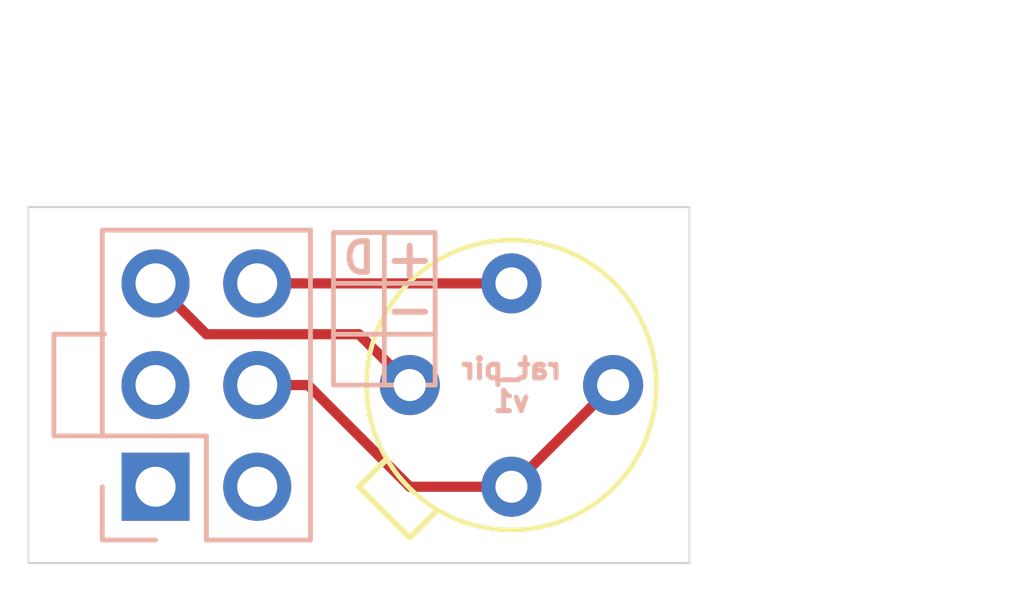
<source format=kicad_pcb>
(kicad_pcb (version 20171130) (host pcbnew 5.1.9+dfsg1-1)

  (general
    (thickness 1.6)
    (drawings 21)
    (tracks 8)
    (zones 0)
    (modules 2)
    (nets 4)
  )

  (page A4)
  (layers
    (0 F.Cu signal)
    (31 B.Cu signal)
    (32 B.Adhes user)
    (33 F.Adhes user)
    (34 B.Paste user)
    (35 F.Paste user)
    (36 B.SilkS user)
    (37 F.SilkS user)
    (38 B.Mask user)
    (39 F.Mask user)
    (40 Dwgs.User user)
    (41 Cmts.User user)
    (42 Eco1.User user)
    (43 Eco2.User user)
    (44 Edge.Cuts user)
    (45 Margin user)
    (46 B.CrtYd user)
    (47 F.CrtYd user)
    (48 B.Fab user)
    (49 F.Fab user)
  )

  (setup
    (last_trace_width 0.254)
    (user_trace_width 0.254)
    (user_trace_width 0.508)
    (user_trace_width 0.762)
    (trace_clearance 0.2)
    (zone_clearance 0.508)
    (zone_45_only no)
    (trace_min 0.2)
    (via_size 0.8)
    (via_drill 0.4)
    (via_min_size 0.4)
    (via_min_drill 0.3)
    (uvia_size 0.3)
    (uvia_drill 0.1)
    (uvias_allowed no)
    (uvia_min_size 0.2)
    (uvia_min_drill 0.1)
    (edge_width 0.05)
    (segment_width 0.2)
    (pcb_text_width 0.3)
    (pcb_text_size 1.5 1.5)
    (mod_edge_width 0.12)
    (mod_text_size 1 1)
    (mod_text_width 0.15)
    (pad_size 1.524 1.524)
    (pad_drill 0.762)
    (pad_to_mask_clearance 0)
    (aux_axis_origin 0 0)
    (visible_elements FFFFFF7F)
    (pcbplotparams
      (layerselection 0x010fc_ffffffff)
      (usegerberextensions false)
      (usegerberattributes true)
      (usegerberadvancedattributes true)
      (creategerberjobfile true)
      (excludeedgelayer true)
      (linewidth 0.150000)
      (plotframeref false)
      (viasonmask false)
      (mode 1)
      (useauxorigin false)
      (hpglpennumber 1)
      (hpglpenspeed 20)
      (hpglpendiameter 15.000000)
      (psnegative false)
      (psa4output false)
      (plotreference true)
      (plotvalue true)
      (plotinvisibletext false)
      (padsonsilk false)
      (subtractmaskfromsilk false)
      (outputformat 1)
      (mirror false)
      (drillshape 1)
      (scaleselection 1)
      (outputdirectory ""))
  )

  (net 0 "")
  (net 1 "Net-(J1-Pad6)")
  (net 2 "Net-(J1-Pad5)")
  (net 3 "Net-(J1-Pad4)")

  (net_class Default "This is the default net class."
    (clearance 0.2)
    (trace_width 0.25)
    (via_dia 0.8)
    (via_drill 0.4)
    (uvia_dia 0.3)
    (uvia_drill 0.1)
    (add_net "Net-(J1-Pad4)")
    (add_net "Net-(J1-Pad5)")
    (add_net "Net-(J1-Pad6)")
  )

  (module ratstuff:BL412 (layer F.Cu) (tedit 6098DFD7) (tstamp 60960F4C)
    (at 129.54 81.28 180)
    (path /6095E8F9)
    (fp_text reference U1 (at 0 -4.545) (layer F.SilkS) hide
      (effects (font (size 1 1) (thickness 0.15)))
    )
    (fp_text value PIR (at 0 4.545) (layer F.Fab)
      (effects (font (size 1 1) (thickness 0.15)))
    )
    (fp_circle (center 0 0) (end 0 3.5) (layer F.Fab) (width 0.1))
    (fp_circle (center 0 0) (end 0 3.62) (layer F.SilkS) (width 0.12))
    (fp_circle (center 0 0) (end 0 3.87) (layer F.CrtYd) (width 0.05))
    (fp_line (start 1.905 -3.175) (end 2.54 -3.81) (layer F.SilkS) (width 0.15))
    (fp_line (start 2.54 -3.81) (end 3.81 -2.54) (layer F.SilkS) (width 0.15))
    (fp_line (start 3.81 -2.54) (end 3.175 -1.905) (layer F.SilkS) (width 0.15))
    (pad 4 thru_hole oval (at 2.54 0 180) (size 1.5 1.5) (drill 0.8) (layers *.Cu *.Mask)
      (net 2 "Net-(J1-Pad5)"))
    (pad 3 thru_hole oval (at 0 2.54 180) (size 1.5 1.5) (drill 0.8) (layers *.Cu *.Mask)
      (net 1 "Net-(J1-Pad6)"))
    (pad 2 thru_hole oval (at -2.54 0 180) (size 1.5 1.5) (drill 0.8) (layers *.Cu *.Mask)
      (net 3 "Net-(J1-Pad4)"))
    (pad 1 thru_hole oval (at 0 -2.54 180) (size 1.5 1.5) (drill 0.8) (layers *.Cu *.Mask)
      (net 3 "Net-(J1-Pad4)"))
  )

  (module Connector_PinHeader_2.54mm:PinHeader_2x03_P2.54mm_Vertical (layer B.Cu) (tedit 59FED5CC) (tstamp 6098DC77)
    (at 120.65 83.82)
    (descr "Through hole straight pin header, 2x03, 2.54mm pitch, double rows")
    (tags "Through hole pin header THT 2x03 2.54mm double row")
    (path /6095B9DC)
    (fp_text reference J1 (at 1.27 2.33) (layer B.SilkS) hide
      (effects (font (size 1 1) (thickness 0.15)) (justify mirror))
    )
    (fp_text value Conn_01x06 (at 1.27 -7.41) (layer B.Fab)
      (effects (font (size 1 1) (thickness 0.15)) (justify mirror))
    )
    (fp_line (start 0 1.27) (end 3.81 1.27) (layer B.Fab) (width 0.1))
    (fp_line (start 3.81 1.27) (end 3.81 -6.35) (layer B.Fab) (width 0.1))
    (fp_line (start 3.81 -6.35) (end -1.27 -6.35) (layer B.Fab) (width 0.1))
    (fp_line (start -1.27 -6.35) (end -1.27 0) (layer B.Fab) (width 0.1))
    (fp_line (start -1.27 0) (end 0 1.27) (layer B.Fab) (width 0.1))
    (fp_line (start -1.33 -6.41) (end 3.87 -6.41) (layer B.SilkS) (width 0.12))
    (fp_line (start -1.33 -1.27) (end -1.33 -6.41) (layer B.SilkS) (width 0.12))
    (fp_line (start 3.87 1.33) (end 3.87 -6.41) (layer B.SilkS) (width 0.12))
    (fp_line (start -1.33 -1.27) (end 1.27 -1.27) (layer B.SilkS) (width 0.12))
    (fp_line (start 1.27 -1.27) (end 1.27 1.33) (layer B.SilkS) (width 0.12))
    (fp_line (start 1.27 1.33) (end 3.87 1.33) (layer B.SilkS) (width 0.12))
    (fp_line (start -1.33 0) (end -1.33 1.33) (layer B.SilkS) (width 0.12))
    (fp_line (start -1.33 1.33) (end 0 1.33) (layer B.SilkS) (width 0.12))
    (fp_line (start -1.8 1.8) (end -1.8 -6.85) (layer B.CrtYd) (width 0.05))
    (fp_line (start -1.8 -6.85) (end 4.35 -6.85) (layer B.CrtYd) (width 0.05))
    (fp_line (start 4.35 -6.85) (end 4.35 1.8) (layer B.CrtYd) (width 0.05))
    (fp_line (start 4.35 1.8) (end -1.8 1.8) (layer B.CrtYd) (width 0.05))
    (fp_text user %R (at 1.27 -2.54 270) (layer B.Fab)
      (effects (font (size 1 1) (thickness 0.15)) (justify mirror))
    )
    (pad 6 thru_hole oval (at 2.54 -5.08) (size 1.7 1.7) (drill 1) (layers *.Cu *.Mask)
      (net 1 "Net-(J1-Pad6)"))
    (pad 5 thru_hole oval (at 0 -5.08) (size 1.7 1.7) (drill 1) (layers *.Cu *.Mask)
      (net 2 "Net-(J1-Pad5)"))
    (pad 4 thru_hole oval (at 2.54 -2.54) (size 1.7 1.7) (drill 1) (layers *.Cu *.Mask)
      (net 3 "Net-(J1-Pad4)"))
    (pad 3 thru_hole oval (at 0 -2.54) (size 1.7 1.7) (drill 1) (layers *.Cu *.Mask))
    (pad 2 thru_hole oval (at 2.54 0) (size 1.7 1.7) (drill 1) (layers *.Cu *.Mask))
    (pad 1 thru_hole rect (at 0 0) (size 1.7 1.7) (drill 1) (layers *.Cu *.Mask))
    (model ${KISYS3DMOD}/Connector_PinHeader_2.54mm.3dshapes/PinHeader_2x03_P2.54mm_Vertical.wrl
      (at (xyz 0 0 0))
      (scale (xyz 1 1 1))
      (rotate (xyz 0 0 0))
    )
  )

  (gr_text "rat_pir\nv1" (at 129.54 81.28) (layer B.SilkS)
    (effects (font (size 0.508 0.508) (thickness 0.127)) (justify mirror))
  )
  (gr_line (start 127.635 80.01) (end 125.095 80.01) (layer B.SilkS) (width 0.12))
  (gr_line (start 127.635 78.74) (end 127.635 80.01) (layer B.SilkS) (width 0.12))
  (gr_line (start 125.095 78.74) (end 127.635 78.74) (layer B.SilkS) (width 0.12))
  (gr_line (start 126.365 81.28) (end 126.365 77.47) (layer B.SilkS) (width 0.12))
  (gr_line (start 127.635 81.28) (end 125.095 81.28) (layer B.SilkS) (width 0.12) (tstamp 6098DF4D))
  (gr_line (start 127.635 77.47) (end 127.635 81.28) (layer B.SilkS) (width 0.12))
  (gr_line (start 125.095 77.47) (end 127.635 77.47) (layer B.SilkS) (width 0.12))
  (gr_line (start 125.095 81.28) (end 125.095 77.47) (layer B.SilkS) (width 0.12))
  (gr_text D (at 125.73 78.105) (layer B.SilkS)
    (effects (font (size 0.762 0.762) (thickness 0.15)) (justify mirror))
  )
  (gr_text - (at 127 79.375) (layer B.SilkS)
    (effects (font (size 1 1) (thickness 0.15)) (justify mirror))
  )
  (gr_text + (at 127 78.105) (layer B.SilkS)
    (effects (font (size 1 1) (thickness 0.15)) (justify mirror))
  )
  (gr_line (start 117.475 85.725) (end 117.475 76.835) (layer Edge.Cuts) (width 0.05))
  (gr_line (start 133.985 85.725) (end 117.475 85.725) (layer Edge.Cuts) (width 0.05))
  (gr_line (start 133.985 76.835) (end 133.985 85.725) (layer Edge.Cuts) (width 0.05))
  (gr_line (start 117.475 76.835) (end 133.985 76.835) (layer Edge.Cuts) (width 0.05))
  (dimension 8.89 (width 0.15) (layer Dwgs.User)
    (gr_text "0.3500 in" (at 141 81.915 270) (layer Dwgs.User)
      (effects (font (size 1 1) (thickness 0.15)))
    )
    (feature1 (pts (xy 134.62 86.36) (xy 140.286421 86.36)))
    (feature2 (pts (xy 134.62 77.47) (xy 140.286421 77.47)))
    (crossbar (pts (xy 139.7 77.47) (xy 139.7 86.36)))
    (arrow1a (pts (xy 139.7 86.36) (xy 139.113579 85.233496)))
    (arrow1b (pts (xy 139.7 86.36) (xy 140.286421 85.233496)))
    (arrow2a (pts (xy 139.7 77.47) (xy 139.113579 78.596504)))
    (arrow2b (pts (xy 139.7 77.47) (xy 140.286421 78.596504)))
  )
  (dimension 17.78 (width 0.15) (layer Dwgs.User)
    (gr_text "0.7000 in" (at 125.73 72.36) (layer Dwgs.User)
      (effects (font (size 1 1) (thickness 0.15)))
    )
    (feature1 (pts (xy 134.62 77.47) (xy 134.62 73.073579)))
    (feature2 (pts (xy 116.84 77.47) (xy 116.84 73.073579)))
    (crossbar (pts (xy 116.84 73.66) (xy 134.62 73.66)))
    (arrow1a (pts (xy 134.62 73.66) (xy 133.493496 74.246421)))
    (arrow1b (pts (xy 134.62 73.66) (xy 133.493496 73.073579)))
    (arrow2a (pts (xy 116.84 73.66) (xy 117.966504 74.246421)))
    (arrow2b (pts (xy 116.84 73.66) (xy 117.966504 73.073579)))
  )
  (gr_line (start 118.11 80.01) (end 119.38 80.01) (layer B.SilkS) (width 0.12))
  (gr_line (start 118.11 82.55) (end 118.11 80.01) (layer B.SilkS) (width 0.12))
  (gr_line (start 119.38 82.55) (end 118.11 82.55) (layer B.SilkS) (width 0.12))

  (segment (start 123.19 78.74) (end 129.54 78.74) (width 0.254) (layer F.Cu) (net 1))
  (segment (start 127 81.28) (end 125.73 80.01) (width 0.254) (layer F.Cu) (net 2))
  (segment (start 125.73 80.01) (end 121.92 80.01) (width 0.254) (layer F.Cu) (net 2))
  (segment (start 121.92 80.01) (end 120.65 78.74) (width 0.254) (layer F.Cu) (net 2))
  (segment (start 123.19 81.28) (end 124.46 81.28) (width 0.254) (layer F.Cu) (net 3))
  (segment (start 127 83.82) (end 129.54 83.82) (width 0.254) (layer F.Cu) (net 3))
  (segment (start 124.46 81.28) (end 127 83.82) (width 0.254) (layer F.Cu) (net 3))
  (segment (start 129.54 83.82) (end 132.08 81.28) (width 0.254) (layer F.Cu) (net 3))

)

</source>
